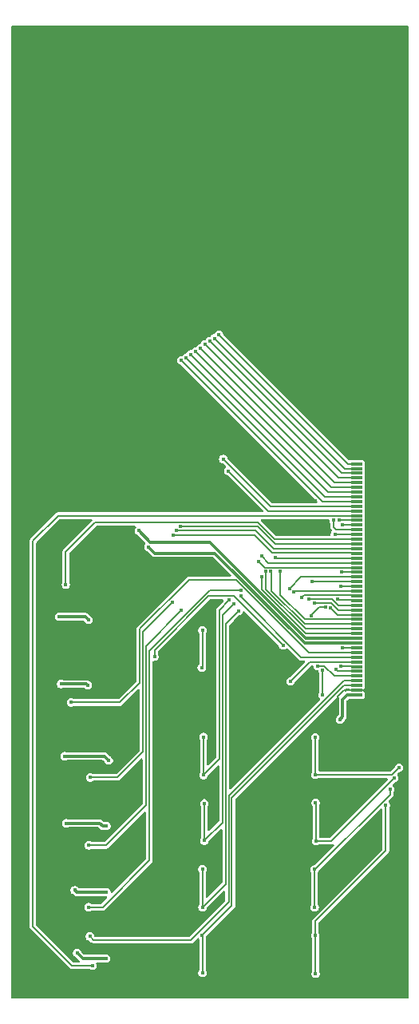
<source format=gbl>
%TF.GenerationSoftware,KiCad,Pcbnew,9.0.2-9.0.2-0~ubuntu25.04.1*%
%TF.CreationDate,2025-05-27T06:32:49+10:00*%
%TF.ProjectId,front_board,66726f6e-745f-4626-9f61-72642e6b6963,rev?*%
%TF.SameCoordinates,Original*%
%TF.FileFunction,Copper,L2,Bot*%
%TF.FilePolarity,Positive*%
%FSLAX46Y46*%
G04 Gerber Fmt 4.6, Leading zero omitted, Abs format (unit mm)*
G04 Created by KiCad (PCBNEW 9.0.2-9.0.2-0~ubuntu25.04.1) date 2025-05-27 06:32:49*
%MOMM*%
%LPD*%
G01*
G04 APERTURE LIST*
%TA.AperFunction,SMDPad,CuDef*%
%ADD10R,1.200000X0.300000*%
%TD*%
%TA.AperFunction,SMDPad,CuDef*%
%ADD11R,3.000000X2.700000*%
%TD*%
%TA.AperFunction,ViaPad*%
%ADD12C,0.400000*%
%TD*%
%TA.AperFunction,ViaPad*%
%ADD13C,1.500000*%
%TD*%
%TA.AperFunction,Conductor*%
%ADD14C,0.300000*%
%TD*%
%TA.AperFunction,Conductor*%
%ADD15C,0.200000*%
%TD*%
G04 APERTURE END LIST*
D10*
%TO.P,J1,1*%
%TO.N,DISP_DB4*%
X95850000Y-92950000D03*
%TO.P,J1,2*%
%TO.N,DISP_DB5*%
X95850000Y-93450000D03*
%TO.P,J1,3*%
%TO.N,DISP_DB6*%
X95850000Y-93950000D03*
%TO.P,J1,4*%
%TO.N,DISP_DB7*%
X95850000Y-94450000D03*
%TO.P,J1,5*%
%TO.N,DISP_DB8*%
X95850000Y-94950000D03*
%TO.P,J1,6*%
%TO.N,DISP_DB9*%
X95850000Y-95450000D03*
%TO.P,J1,7*%
%TO.N,DISP_DB10*%
X95850000Y-95950000D03*
%TO.P,J1,8*%
%TO.N,DISP_DB11*%
X95850000Y-96450000D03*
%TO.P,J1,9*%
%TO.N,DISP_DB12*%
X95850000Y-96950000D03*
%TO.P,J1,10*%
%TO.N,DISP_DB3*%
X95850000Y-97450000D03*
%TO.P,J1,11*%
%TO.N,DISP_DB2*%
X95850000Y-97950000D03*
%TO.P,J1,12*%
%TO.N,LED_DATA*%
X95850000Y-98450000D03*
%TO.P,J1,13*%
%TO.N,PB_VOL_UP*%
X95850000Y-98950000D03*
%TO.P,J1,14*%
%TO.N,PB_VOL_DOWN*%
X95850000Y-99450000D03*
%TO.P,J1,15*%
%TO.N,PB_PWR*%
X95850000Y-99950000D03*
%TO.P,J1,16*%
%TO.N,PB_MENU_R*%
X95850000Y-100450000D03*
%TO.P,J1,17*%
%TO.N,PB_MENU_L*%
X95850000Y-100950000D03*
%TO.P,J1,18*%
%TO.N,DISP_DB13*%
X95850000Y-101450000D03*
%TO.P,J1,19*%
%TO.N,DISP_DB14*%
X95850000Y-101950000D03*
%TO.P,J1,20*%
%TO.N,DISP_DB15*%
X95850000Y-102450000D03*
%TO.P,J1,21*%
%TO.N,DISP_DC*%
X95850000Y-102950000D03*
%TO.P,J1,22*%
%TO.N,DISP_DB0*%
X95850000Y-103450000D03*
%TO.P,J1,23*%
%TO.N,DISP_DB1*%
X95850000Y-103950000D03*
%TO.P,J1,24*%
%TO.N,PB_9*%
X95850000Y-104450000D03*
%TO.P,J1,25*%
%TO.N,PB_8*%
X95850000Y-104950000D03*
%TO.P,J1,26*%
%TO.N,PB_7*%
X95850000Y-105450000D03*
%TO.P,J1,27*%
%TO.N,PB_6*%
X95850000Y-105950000D03*
%TO.P,J1,28*%
%TO.N,PB_5*%
X95850000Y-106450000D03*
%TO.P,J1,29*%
%TO.N,PB_4*%
X95850000Y-106950000D03*
%TO.P,J1,30*%
%TO.N,PB_3*%
X95850000Y-107450000D03*
%TO.P,J1,31*%
%TO.N,PB_2*%
X95850000Y-107950000D03*
%TO.P,J1,32*%
%TO.N,PB_1*%
X95850000Y-108450000D03*
%TO.P,J1,33*%
%TO.N,PB_HASH*%
X95850000Y-108950000D03*
%TO.P,J1,34*%
%TO.N,DISP_CS*%
X95850000Y-109450000D03*
%TO.P,J1,35*%
%TO.N,DISP_WR*%
X95850000Y-109950000D03*
%TO.P,J1,36*%
%TO.N,DISP_RD*%
X95850000Y-110450000D03*
%TO.P,J1,37*%
%TO.N,DISP_RES*%
X95850000Y-110950000D03*
%TO.P,J1,38*%
%TO.N,DISP_LEDK*%
X95850000Y-111450000D03*
%TO.P,J1,39*%
%TO.N,DISP_LEDA*%
X95850000Y-111950000D03*
%TO.P,J1,40*%
%TO.N,PB_END_CALL*%
X95850000Y-112450000D03*
%TO.P,J1,41*%
%TO.N,PB_CALL*%
X95850000Y-112950000D03*
%TO.P,J1,42*%
%TO.N,PB_DPAD_UP*%
X95850000Y-113450000D03*
%TO.P,J1,43*%
%TO.N,PB_DPAD_DOWN*%
X95850000Y-113950000D03*
%TO.P,J1,44*%
%TO.N,PB_DPAD_RIGHT*%
X95850000Y-114450000D03*
%TO.P,J1,45*%
%TO.N,PB_DPAD_LEFT*%
X95850000Y-114950000D03*
%TO.P,J1,46*%
%TO.N,PB_DPAD_SELECT*%
X95850000Y-115450000D03*
%TO.P,J1,47*%
%TO.N,PB_STAR*%
X95850000Y-115950000D03*
%TO.P,J1,48*%
%TO.N,PB_0*%
X95850000Y-116450000D03*
%TO.P,J1,49*%
%TO.N,GND*%
X95850000Y-116950000D03*
%TO.P,J1,50*%
%TO.N,+3.3V*%
X95850000Y-117450000D03*
D11*
%TO.P,J1,Z1*%
%TO.N,GND*%
X97710000Y-91020000D03*
%TO.P,J1,Z2*%
X97710000Y-119380000D03*
%TD*%
D12*
%TO.N,DISP_LEDK*%
X72750020Y-100050000D03*
%TO.N,PB_STAR*%
X67550000Y-143050000D03*
%TO.N,PB_0*%
X79500000Y-146900000D03*
X79450000Y-142950000D03*
%TO.N,PB_HASH*%
X91500000Y-147000000D03*
X91450000Y-142950000D03*
X93059585Y-108203556D03*
X98950000Y-129150000D03*
%TO.N,PB_1*%
X67400000Y-139950000D03*
X83600000Y-106400000D03*
X91350000Y-107680000D03*
%TO.N,PB_2*%
X90752308Y-107302308D03*
X83346985Y-108546985D03*
X79500000Y-139950000D03*
X79500000Y-135900000D03*
%TO.N,PB_3*%
X93800000Y-107250000D03*
X91400000Y-135950000D03*
X99400000Y-127450000D03*
X91400000Y-139950000D03*
%TO.N,PB_4*%
X77250000Y-108500000D03*
X90000000Y-107100000D03*
X67450000Y-133400000D03*
%TO.N,PB_5*%
X79700000Y-128950000D03*
X82796367Y-107808000D03*
X89150000Y-106500000D03*
X79700000Y-132900000D03*
%TO.N,PB_6*%
X94200000Y-105900000D03*
X99820000Y-126264663D03*
X91500000Y-128900000D03*
X91550000Y-132950000D03*
%TO.N,PB_7*%
X67600000Y-126200000D03*
X91150000Y-105400000D03*
X76300000Y-107600000D03*
%TO.N,PB_8*%
X79600000Y-125950000D03*
X82350000Y-107399000D03*
X79600000Y-121900000D03*
X88750000Y-106150000D03*
%TO.N,PB_9*%
X94250000Y-104450000D03*
X91450000Y-121950000D03*
X91450000Y-125900000D03*
X100350000Y-125150000D03*
%TO.N,PB_DPAD_LEFT*%
X93650000Y-114750000D03*
X88050000Y-112200000D03*
X74400000Y-113400000D03*
%TO.N,PB_DPAD_UP*%
X83550000Y-106950000D03*
%TO.N,PB_DPAD_RIGHT*%
X94200000Y-114400000D03*
%TO.N,PB_DPAD_DOWN*%
X88850000Y-116000000D03*
%TO.N,PB_DPAD_SELECT*%
X79500000Y-110600000D03*
X91750000Y-114370000D03*
X79417500Y-114550000D03*
%TO.N,PB_MENU_L*%
X65000000Y-105750000D03*
%TO.N,PB_MENU_R*%
X91063969Y-109030000D03*
X92550000Y-108100000D03*
X93550000Y-100400000D03*
%TO.N,PB_CALL*%
X65550000Y-118250000D03*
%TO.N,PB_END_CALL*%
X92250000Y-117450000D03*
X94300000Y-112420000D03*
X92250000Y-114814000D03*
%TO.N,PB_VOL_UP*%
X94000000Y-98950000D03*
%TO.N,PB_PWR*%
X93399997Y-98950000D03*
%TO.N,PB_VOL_DOWN*%
X94350000Y-99450000D03*
%TO.N,VLED*%
X67300000Y-116400000D03*
X64300000Y-109150000D03*
X65950000Y-138150000D03*
X66200000Y-144800000D03*
X64500000Y-116300000D03*
X64900000Y-123950000D03*
X69250000Y-145400000D03*
X69300000Y-131350000D03*
X69300000Y-138350000D03*
X65050000Y-131050000D03*
X67400000Y-109500000D03*
X69550000Y-124400000D03*
%TO.N,GND*%
X91350000Y-115800000D03*
X86300000Y-144700000D03*
X89350000Y-95850000D03*
X78050000Y-120100000D03*
X90250000Y-99650000D03*
X70150000Y-99975000D03*
D13*
X99125000Y-48700382D03*
D12*
X96150000Y-86100000D03*
X80550000Y-107625000D03*
X89625000Y-125575000D03*
X69250000Y-117550000D03*
X89825000Y-122400000D03*
X96575000Y-87625000D03*
X67650000Y-143850000D03*
X80375000Y-143350000D03*
X80525000Y-115950000D03*
X79450000Y-97800000D03*
X77150000Y-111100000D03*
X91475000Y-96900000D03*
X84875000Y-81750000D03*
X75050000Y-130700000D03*
X92975000Y-89725000D03*
X100500000Y-130200000D03*
X87700000Y-115250000D03*
X89475000Y-129325000D03*
X89575000Y-136175000D03*
X76050000Y-123550000D03*
X80600000Y-125875000D03*
X80650000Y-136300000D03*
X89875000Y-146600000D03*
X80475000Y-139875000D03*
D13*
X99124618Y-147450000D03*
D12*
X80450000Y-109850000D03*
X70550000Y-112650000D03*
X75200000Y-137700000D03*
X93850000Y-118050000D03*
X98350000Y-126750000D03*
X86500000Y-130700000D03*
X86500000Y-137700000D03*
X80550000Y-122425000D03*
X79475000Y-103075000D03*
X65800000Y-99400000D03*
X96950000Y-126750000D03*
X80650000Y-129425000D03*
X90050000Y-117500000D03*
X89800000Y-143350000D03*
X89475000Y-86125000D03*
X89250000Y-123700000D03*
D13*
X61375382Y-48700000D03*
D12*
X92550000Y-99150000D03*
X85250000Y-119000000D03*
X84750000Y-113650000D03*
D13*
X61375000Y-147449618D03*
D12*
X80325000Y-146825000D03*
X74950000Y-144750000D03*
X84625000Y-90575000D03*
X80650000Y-133100000D03*
X83900000Y-110250000D03*
X89650000Y-132475000D03*
X76825000Y-114975000D03*
%TO.N,+3.3V*%
X94100000Y-120050000D03*
%TO.N,DISP_RES*%
X85800000Y-104900000D03*
%TO.N,DISP_CS*%
X87750021Y-104370000D03*
%TO.N,DISP_DC*%
X87250000Y-102900000D03*
%TO.N,DISP_WR*%
X86750000Y-104370000D03*
%TO.N,DISP_RD*%
X86229997Y-104370000D03*
%TO.N,DISP_DB0*%
X85750000Y-102750000D03*
%TO.N,DISP_DB1*%
X85475000Y-103325000D03*
%TO.N,DISP_DB2*%
X82246446Y-93703554D03*
%TO.N,DISP_DB3*%
X81700000Y-92450000D03*
%TO.N,DISP_DB4*%
X81250000Y-79300000D03*
%TO.N,DISP_DB5*%
X80750000Y-79650000D03*
%TO.N,DISP_DB6*%
X80241199Y-79968001D03*
%TO.N,DISP_DB7*%
X79735642Y-80291136D03*
%TO.N,DISP_DB8*%
X79250000Y-80700000D03*
%TO.N,DISP_DB9*%
X78769998Y-81060002D03*
%TO.N,DISP_DB10*%
X78245977Y-81352243D03*
%TO.N,DISP_DB11*%
X77766426Y-81712844D03*
%TO.N,DISP_DB12*%
X77231588Y-81984785D03*
%TO.N,DISP_DB13*%
X77150000Y-99600000D03*
%TO.N,DISP_DB14*%
X76700000Y-100050000D03*
%TO.N,DISP_DB15*%
X76350000Y-100550000D03*
%TO.N,DISP_LEDA*%
X73750020Y-101750000D03*
%TO.N,LED_DATA*%
X67800000Y-146150000D03*
%TD*%
D14*
%TO.N,DISP_LEDK*%
X72750020Y-100050000D02*
X73950020Y-101250000D01*
X73950020Y-101250000D02*
X80245384Y-101250000D01*
X90445384Y-111450000D02*
X95475000Y-111450000D01*
X80245384Y-101250000D02*
X90445384Y-111450000D01*
D15*
%TO.N,PB_STAR*%
X82279000Y-139421000D02*
X78250000Y-143450000D01*
X95475000Y-115950000D02*
X94500000Y-115950000D01*
X82300000Y-128196038D02*
X82279000Y-128217038D01*
X94500000Y-115950000D02*
X82300000Y-128150000D01*
X67950000Y-143450000D02*
X67550000Y-143050000D01*
X78250000Y-143450000D02*
X67950000Y-143450000D01*
X82300000Y-128150000D02*
X82300000Y-128196038D01*
X82279000Y-128217038D02*
X82279000Y-139421000D01*
%TO.N,PB_0*%
X82600000Y-139800000D02*
X79450000Y-142950000D01*
X79500000Y-146900000D02*
X79500000Y-143000000D01*
X94500000Y-116450000D02*
X82600000Y-128350000D01*
X82600000Y-128350000D02*
X82600000Y-139800000D01*
X79500000Y-143000000D02*
X79450000Y-142950000D01*
X95475000Y-116450000D02*
X94500000Y-116450000D01*
%TO.N,PB_HASH*%
X98950000Y-133950000D02*
X91450000Y-141450000D01*
X93059585Y-108203556D02*
X93806029Y-108950000D01*
X91500000Y-143000000D02*
X91450000Y-142950000D01*
X93806029Y-108950000D02*
X95475000Y-108950000D01*
X91500000Y-147000000D02*
X91500000Y-143000000D01*
X91450000Y-141450000D02*
X91450000Y-142950000D01*
X98950000Y-129150000D02*
X98950000Y-133950000D01*
%TO.N,PB_1*%
X73850000Y-135000000D02*
X68900000Y-139950000D01*
X93490130Y-108040130D02*
X93130000Y-107680000D01*
X68900000Y-139950000D02*
X67400000Y-139950000D01*
X95475000Y-108450000D02*
X93903962Y-108450000D01*
X83600000Y-106400000D02*
X80246038Y-106400000D01*
X93130000Y-107680000D02*
X91350000Y-107680000D01*
X80246038Y-106400000D02*
X73850000Y-112796038D01*
X73850000Y-112796038D02*
X73850000Y-135000000D01*
X93903962Y-108450000D02*
X93494092Y-108040130D01*
X93494092Y-108040130D02*
X93490130Y-108040130D01*
%TO.N,PB_2*%
X93904616Y-107950000D02*
X95475000Y-107950000D01*
X83346985Y-108546985D02*
X81958000Y-109935970D01*
X81958000Y-109935970D02*
X81958000Y-137492000D01*
X81958000Y-137492000D02*
X79500000Y-139950000D01*
X90752308Y-107302308D02*
X90804616Y-107250000D01*
X93204616Y-107250000D02*
X93904616Y-107950000D01*
X79500000Y-139950000D02*
X79500000Y-135900000D01*
X90804616Y-107250000D02*
X93204616Y-107250000D01*
%TO.N,PB_3*%
X91400000Y-139950000D02*
X91400000Y-135950000D01*
X99400000Y-127450000D02*
X99400000Y-128000000D01*
X91400000Y-136000000D02*
X91400000Y-139950000D01*
X93950000Y-107400000D02*
X95425000Y-107400000D01*
X93800000Y-107250000D02*
X93950000Y-107400000D01*
X95425000Y-107400000D02*
X95475000Y-107450000D01*
X99400000Y-128000000D02*
X91400000Y-136000000D01*
%TO.N,PB_4*%
X95354000Y-106829000D02*
X90271000Y-106829000D01*
X69250000Y-133400000D02*
X67450000Y-133400000D01*
X95475000Y-106950000D02*
X95354000Y-106829000D01*
X73500000Y-112250000D02*
X73500000Y-129150000D01*
X73500000Y-129150000D02*
X69250000Y-133400000D01*
X90271000Y-106829000D02*
X90000000Y-107100000D01*
X77250000Y-108500000D02*
X73500000Y-112250000D01*
%TO.N,PB_5*%
X95475000Y-106450000D02*
X89200000Y-106450000D01*
X81637000Y-130963000D02*
X79700000Y-132900000D01*
X81637000Y-108963000D02*
X81637000Y-130963000D01*
X82796367Y-107808000D02*
X82792000Y-107808000D01*
X79700000Y-132900000D02*
X79700000Y-128950000D01*
X82792000Y-107808000D02*
X81637000Y-108963000D01*
X89200000Y-106450000D02*
X89150000Y-106500000D01*
%TO.N,PB_6*%
X99820000Y-126264663D02*
X99820000Y-126280000D01*
X91550000Y-128950000D02*
X91500000Y-128900000D01*
X91550000Y-132950000D02*
X91550000Y-128950000D01*
X95425000Y-105900000D02*
X95475000Y-105950000D01*
X93150000Y-132950000D02*
X91550000Y-132950000D01*
X94200000Y-105900000D02*
X95425000Y-105900000D01*
X99820000Y-126280000D02*
X93150000Y-132950000D01*
%TO.N,PB_7*%
X76300000Y-107600000D02*
X73179000Y-110721000D01*
X70450000Y-126200000D02*
X67600000Y-126200000D01*
X95475000Y-105450000D02*
X91200000Y-105450000D01*
X91200000Y-105450000D02*
X91150000Y-105400000D01*
X73179000Y-110721000D02*
X73179000Y-123471000D01*
X73179000Y-123471000D02*
X70450000Y-126200000D01*
%TO.N,PB_8*%
X81300000Y-124250000D02*
X79600000Y-125950000D01*
X89950000Y-104950000D02*
X88750000Y-106150000D01*
X81300000Y-108449000D02*
X81300000Y-124250000D01*
X95475000Y-104950000D02*
X89950000Y-104950000D01*
X79600000Y-121900000D02*
X79600000Y-125950000D01*
X82350000Y-107399000D02*
X81300000Y-108449000D01*
%TO.N,PB_9*%
X91450000Y-125900000D02*
X99600000Y-125900000D01*
X91450000Y-125900000D02*
X91450000Y-121950000D01*
X99600000Y-125900000D02*
X100350000Y-125150000D01*
X94250000Y-104450000D02*
X95475000Y-104450000D01*
%TO.N,PB_DPAD_LEFT*%
X74400000Y-112700000D02*
X74400000Y-113400000D01*
X93850000Y-114950000D02*
X93650000Y-114750000D01*
X82829000Y-106979000D02*
X80121000Y-106979000D01*
X80121000Y-106979000D02*
X74400000Y-112700000D01*
X95475000Y-114950000D02*
X93850000Y-114950000D01*
X88050000Y-112200000D02*
X82829000Y-106979000D01*
%TO.N,PB_DPAD_UP*%
X83550000Y-107050000D02*
X89950000Y-113450000D01*
X89950000Y-113450000D02*
X95475000Y-113450000D01*
X83550000Y-106950000D02*
X83550000Y-107050000D01*
%TO.N,PB_DPAD_RIGHT*%
X94200000Y-114400000D02*
X95425000Y-114400000D01*
X95425000Y-114400000D02*
X95475000Y-114450000D01*
%TO.N,PB_DPAD_DOWN*%
X90900000Y-113950000D02*
X95475000Y-113950000D01*
X88850000Y-116000000D02*
X90900000Y-113950000D01*
%TO.N,PB_DPAD_SELECT*%
X92401384Y-114370000D02*
X91750000Y-114370000D01*
X79500000Y-110600000D02*
X79500000Y-114467500D01*
X93481384Y-115450000D02*
X92401384Y-114370000D01*
X79500000Y-114467500D02*
X79417500Y-114550000D01*
X95475000Y-115450000D02*
X93481384Y-115450000D01*
%TO.N,PB_MENU_L*%
X68096000Y-99179000D02*
X65000000Y-102275000D01*
X95475000Y-100950000D02*
X87153962Y-100950000D01*
X85382962Y-99179000D02*
X68096000Y-99179000D01*
X65000000Y-102275000D02*
X65000000Y-105750000D01*
X87153962Y-100950000D02*
X85382962Y-99179000D01*
%TO.N,PB_MENU_R*%
X95425000Y-100400000D02*
X95475000Y-100450000D01*
X92500000Y-108150000D02*
X92550000Y-108100000D01*
X91900000Y-108150000D02*
X92500000Y-108150000D01*
X91063969Y-108986031D02*
X91900000Y-108150000D01*
X91063969Y-109030000D02*
X91063969Y-108986031D01*
X93550000Y-100400000D02*
X95425000Y-100400000D01*
%TO.N,PB_CALL*%
X90745384Y-112950000D02*
X95475000Y-112950000D01*
X72858000Y-116142000D02*
X72858000Y-110446616D01*
X83045384Y-105250000D02*
X90745384Y-112950000D01*
X65550000Y-118250000D02*
X70750000Y-118250000D01*
X70750000Y-118250000D02*
X72858000Y-116142000D01*
X72858000Y-110446616D02*
X78054616Y-105250000D01*
X78054616Y-105250000D02*
X83045384Y-105250000D01*
%TO.N,PB_END_CALL*%
X92250000Y-114814000D02*
X92250000Y-117450000D01*
X94300000Y-112420000D02*
X95445000Y-112420000D01*
X95445000Y-112420000D02*
X95475000Y-112450000D01*
%TO.N,PB_VOL_UP*%
X95475000Y-98950000D02*
X94000000Y-98950000D01*
%TO.N,PB_PWR*%
X93399997Y-98950000D02*
X93399997Y-99649997D01*
X93399997Y-99649997D02*
X93700000Y-99950000D01*
X93700000Y-99950000D02*
X95475000Y-99950000D01*
%TO.N,PB_VOL_DOWN*%
X95475000Y-99450000D02*
X94350000Y-99450000D01*
D14*
%TO.N,VLED*%
X69100000Y-123950000D02*
X69550000Y-124400000D01*
X66180000Y-138380000D02*
X69270000Y-138380000D01*
X68913530Y-131350000D02*
X68613530Y-131050000D01*
X64900000Y-123950000D02*
X69100000Y-123950000D01*
X69300000Y-131350000D02*
X68913530Y-131350000D01*
X66800000Y-145400000D02*
X66200000Y-144800000D01*
X69270000Y-138380000D02*
X69300000Y-138350000D01*
X64500000Y-116300000D02*
X67200000Y-116300000D01*
X67050000Y-109150000D02*
X67400000Y-109500000D01*
X64300000Y-109150000D02*
X67050000Y-109150000D01*
X68613530Y-131050000D02*
X65050000Y-131050000D01*
X69250000Y-145400000D02*
X66800000Y-145400000D01*
X65950000Y-138150000D02*
X66180000Y-138380000D01*
X67200000Y-116300000D02*
X67300000Y-116400000D01*
D15*
%TO.N,GND*%
X93850000Y-117600000D02*
X93850000Y-118050000D01*
X94500000Y-116950000D02*
X93850000Y-117600000D01*
X95475000Y-116950000D02*
X94500000Y-116950000D01*
D14*
%TO.N,+3.3V*%
X94850000Y-117450000D02*
X95850000Y-117450000D01*
X94375000Y-117925000D02*
X94850000Y-117450000D01*
X94375000Y-119775000D02*
X94375000Y-117925000D01*
X94100000Y-120050000D02*
X94375000Y-119775000D01*
D15*
%TO.N,DISP_RES*%
X85800000Y-104900000D02*
X85800000Y-106279942D01*
X85800000Y-106279942D02*
X90470058Y-110950000D01*
X90470058Y-110950000D02*
X95475000Y-110950000D01*
%TO.N,DISP_CS*%
X87750021Y-104370000D02*
X87728554Y-104391467D01*
X87728554Y-106846610D02*
X90331944Y-109450000D01*
X87728554Y-104391467D02*
X87728554Y-106846610D01*
X90331944Y-109450000D02*
X95475000Y-109450000D01*
%TO.N,DISP_DC*%
X87250000Y-102950000D02*
X95475000Y-102950000D01*
X87250000Y-102900000D02*
X87250000Y-102950000D01*
%TO.N,DISP_WR*%
X90377982Y-109950000D02*
X95475000Y-109950000D01*
X86833364Y-104453364D02*
X86833364Y-106405382D01*
X86833364Y-106405382D02*
X90377982Y-109950000D01*
X86750000Y-104370000D02*
X86833364Y-104453364D01*
%TO.N,DISP_RD*%
X86229997Y-106255977D02*
X90424020Y-110450000D01*
X90424020Y-110450000D02*
X95475000Y-110450000D01*
X86229997Y-104370000D02*
X86229997Y-106255977D01*
%TO.N,DISP_DB0*%
X86450000Y-103450000D02*
X95475000Y-103450000D01*
X85750000Y-102750000D02*
X86450000Y-103450000D01*
%TO.N,DISP_DB1*%
X86100000Y-103950000D02*
X95475000Y-103950000D01*
X85475000Y-103325000D02*
X86100000Y-103950000D01*
%TO.N,DISP_DB2*%
X95475000Y-97950000D02*
X86492892Y-97950000D01*
X86492892Y-97950000D02*
X82246446Y-93703554D01*
%TO.N,DISP_DB3*%
X86700000Y-97450000D02*
X95475000Y-97450000D01*
X81700000Y-92450000D02*
X86700000Y-97450000D01*
%TO.N,DISP_DB4*%
X94900000Y-92950000D02*
X81250000Y-79300000D01*
X95475000Y-92950000D02*
X94900000Y-92950000D01*
%TO.N,DISP_DB5*%
X94550000Y-93450000D02*
X95475000Y-93450000D01*
X80750000Y-79650000D02*
X94550000Y-93450000D01*
%TO.N,DISP_DB6*%
X94223198Y-93950000D02*
X80241199Y-79968001D01*
X95475000Y-93950000D02*
X94223198Y-93950000D01*
%TO.N,DISP_DB7*%
X93894506Y-94450000D02*
X95475000Y-94450000D01*
X79735642Y-80291136D02*
X93894506Y-94450000D01*
%TO.N,DISP_DB8*%
X79250000Y-80700000D02*
X93500000Y-94950000D01*
X93500000Y-94950000D02*
X95475000Y-94950000D01*
%TO.N,DISP_DB9*%
X78769998Y-81060002D02*
X93159996Y-95450000D01*
X93159996Y-95450000D02*
X95475000Y-95450000D01*
%TO.N,DISP_DB10*%
X78245977Y-81352243D02*
X92843734Y-95950000D01*
X92843734Y-95950000D02*
X95475000Y-95950000D01*
%TO.N,DISP_DB11*%
X92503582Y-96450000D02*
X95475000Y-96450000D01*
X77766426Y-81712844D02*
X92503582Y-96450000D01*
%TO.N,DISP_DB12*%
X77231588Y-81984785D02*
X92196803Y-96950000D01*
X92196803Y-96950000D02*
X95475000Y-96950000D01*
%TO.N,DISP_DB13*%
X85350000Y-99600000D02*
X87200000Y-101450000D01*
X87200000Y-101450000D02*
X95475000Y-101450000D01*
X77150000Y-99600000D02*
X85350000Y-99600000D01*
%TO.N,DISP_DB14*%
X76700000Y-100050000D02*
X85150000Y-100050000D01*
X87050000Y-101950000D02*
X95475000Y-101950000D01*
X85150000Y-100050000D02*
X87050000Y-101950000D01*
%TO.N,DISP_DB15*%
X85000000Y-100550000D02*
X76350000Y-100550000D01*
X95475000Y-102450000D02*
X95424000Y-102399000D01*
X95424000Y-102399000D02*
X86849000Y-102399000D01*
X86849000Y-102399000D02*
X85000000Y-100550000D01*
D14*
%TO.N,DISP_LEDA*%
X74427858Y-102427838D02*
X80827838Y-102427838D01*
X73750020Y-101750000D02*
X74427858Y-102427838D01*
X80827838Y-102427838D02*
X90350000Y-111950000D01*
X90350000Y-111950000D02*
X95475000Y-111950000D01*
D15*
%TO.N,LED_DATA*%
X65650000Y-146150000D02*
X67800000Y-146150000D01*
X95475000Y-98450000D02*
X64200000Y-98450000D01*
X64200000Y-98450000D02*
X61500000Y-101150000D01*
X61500000Y-101150000D02*
X61500000Y-142000000D01*
X61500000Y-142000000D02*
X65650000Y-146150000D01*
%TD*%
%TA.AperFunction,Conductor*%
%TO.N,GND*%
G36*
X83944955Y-108603199D02*
G01*
X83983825Y-108629507D01*
X87570835Y-112216517D01*
X87602927Y-112272102D01*
X87630201Y-112373886D01*
X87689511Y-112476613D01*
X87773387Y-112560489D01*
X87876114Y-112619799D01*
X87990691Y-112650500D01*
X87990694Y-112650500D01*
X88109306Y-112650500D01*
X88109309Y-112650500D01*
X88223886Y-112619799D01*
X88326613Y-112560489D01*
X88358029Y-112529073D01*
X88419352Y-112495588D01*
X88489044Y-112500572D01*
X88533391Y-112529073D01*
X89734788Y-113730470D01*
X89734789Y-113730471D01*
X89734791Y-113730472D01*
X89786780Y-113760487D01*
X89786782Y-113760489D01*
X89805857Y-113771501D01*
X89814712Y-113776614D01*
X89903856Y-113800500D01*
X90254456Y-113800500D01*
X90321495Y-113820185D01*
X90367250Y-113872989D01*
X90377194Y-113942147D01*
X90348169Y-114005703D01*
X90342137Y-114012181D01*
X88833482Y-115520835D01*
X88777895Y-115552928D01*
X88676114Y-115580201D01*
X88676112Y-115580201D01*
X88676112Y-115580202D01*
X88573387Y-115639511D01*
X88573384Y-115639513D01*
X88489513Y-115723384D01*
X88489511Y-115723387D01*
X88430201Y-115826114D01*
X88399500Y-115940691D01*
X88399500Y-116059309D01*
X88430201Y-116173886D01*
X88489511Y-116276613D01*
X88573387Y-116360489D01*
X88676114Y-116419799D01*
X88790691Y-116450500D01*
X88790694Y-116450500D01*
X88909306Y-116450500D01*
X88909309Y-116450500D01*
X89023886Y-116419799D01*
X89126613Y-116360489D01*
X89210489Y-116276613D01*
X89269799Y-116173886D01*
X89297072Y-116072100D01*
X89329162Y-116016519D01*
X91008863Y-114336819D01*
X91035790Y-114322115D01*
X91061609Y-114305523D01*
X91067809Y-114304631D01*
X91070186Y-114303334D01*
X91096544Y-114300500D01*
X91175500Y-114300500D01*
X91242539Y-114320185D01*
X91288294Y-114372989D01*
X91299500Y-114424500D01*
X91299500Y-114429309D01*
X91330201Y-114543886D01*
X91389511Y-114646613D01*
X91473387Y-114730489D01*
X91576114Y-114789799D01*
X91690691Y-114820500D01*
X91690694Y-114820500D01*
X91698751Y-114821561D01*
X91698567Y-114822956D01*
X91757241Y-114840185D01*
X91802996Y-114892989D01*
X91803960Y-114895154D01*
X91807604Y-114903556D01*
X91830201Y-114987886D01*
X91886433Y-115085282D01*
X91889258Y-115091794D01*
X91891837Y-115112543D01*
X91899500Y-115141140D01*
X91899500Y-117122859D01*
X91882887Y-117184859D01*
X91830202Y-117276110D01*
X91830201Y-117276114D01*
X91799500Y-117390691D01*
X91799500Y-117509309D01*
X91830201Y-117623886D01*
X91889511Y-117726613D01*
X91889513Y-117726615D01*
X91970926Y-117808028D01*
X92004411Y-117869351D01*
X91999427Y-117939043D01*
X91970926Y-117983390D01*
X82520181Y-127434136D01*
X82458858Y-127467621D01*
X82389166Y-127462637D01*
X82333233Y-127420765D01*
X82308816Y-127355301D01*
X82308500Y-127346455D01*
X82308500Y-110132513D01*
X82328185Y-110065474D01*
X82344819Y-110044832D01*
X82839151Y-109550500D01*
X83363502Y-109026148D01*
X83419085Y-108994057D01*
X83520871Y-108966784D01*
X83623598Y-108907474D01*
X83707474Y-108823598D01*
X83766784Y-108720871D01*
X83776370Y-108685095D01*
X83812733Y-108625435D01*
X83875579Y-108594905D01*
X83944955Y-108603199D01*
G37*
%TD.AperFunction*%
%TA.AperFunction,Conductor*%
G36*
X95079703Y-116805825D02*
G01*
X95098604Y-116806161D01*
X95126847Y-116819668D01*
X95128605Y-116820185D01*
X95130414Y-116821369D01*
X95131942Y-116822390D01*
X95176753Y-116875996D01*
X95185469Y-116945320D01*
X95155322Y-117008351D01*
X95095883Y-117045078D01*
X95063063Y-117049500D01*
X94797273Y-117049500D01*
X94696375Y-117076535D01*
X94626525Y-117074872D01*
X94568663Y-117035709D01*
X94541159Y-116971480D01*
X94552746Y-116902578D01*
X94576597Y-116869083D01*
X94608865Y-116836815D01*
X94670187Y-116803333D01*
X94696543Y-116800500D01*
X95061566Y-116800500D01*
X95079703Y-116805825D01*
G37*
%TD.AperFunction*%
%TA.AperFunction,Conductor*%
G36*
X92892536Y-98820185D02*
G01*
X92938291Y-98872989D01*
X92949497Y-98924500D01*
X92949497Y-99009309D01*
X92980198Y-99123886D01*
X93032884Y-99215140D01*
X93049497Y-99277140D01*
X93049497Y-99696141D01*
X93050301Y-99699142D01*
X93069152Y-99769498D01*
X93069163Y-99769534D01*
X93073383Y-99785285D01*
X93119524Y-99865205D01*
X93119528Y-99865210D01*
X93195926Y-99941608D01*
X93229411Y-100002931D01*
X93224427Y-100072623D01*
X93195933Y-100116963D01*
X93189516Y-100123380D01*
X93189511Y-100123387D01*
X93131310Y-100224194D01*
X93130201Y-100226114D01*
X93099500Y-100340691D01*
X93099500Y-100340693D01*
X93099500Y-100467436D01*
X93098233Y-100467436D01*
X93088738Y-100528345D01*
X93042360Y-100580603D01*
X92976562Y-100599500D01*
X87350506Y-100599500D01*
X87283467Y-100579815D01*
X87262825Y-100563181D01*
X85711825Y-99012181D01*
X85678340Y-98950858D01*
X85683324Y-98881166D01*
X85725196Y-98825233D01*
X85790660Y-98800816D01*
X85799506Y-98800500D01*
X92825497Y-98800500D01*
X92892536Y-98820185D01*
G37*
%TD.AperFunction*%
%TA.AperFunction,Conductor*%
G36*
X101267539Y-46520185D02*
G01*
X101313294Y-46572989D01*
X101324500Y-46624500D01*
X101324500Y-149525500D01*
X101304815Y-149592539D01*
X101252011Y-149638294D01*
X101200500Y-149649500D01*
X59299500Y-149649500D01*
X59232461Y-149629815D01*
X59186706Y-149577011D01*
X59175500Y-149525500D01*
X59175500Y-101103856D01*
X61149500Y-101103856D01*
X61149500Y-142046143D01*
X61173386Y-142135287D01*
X61173387Y-142135290D01*
X61219527Y-142215208D01*
X61219529Y-142215211D01*
X61219530Y-142215212D01*
X65369531Y-146365212D01*
X65434788Y-146430469D01*
X65434791Y-146430470D01*
X65434794Y-146430473D01*
X65514706Y-146476611D01*
X65514707Y-146476611D01*
X65514712Y-146476614D01*
X65603856Y-146500500D01*
X67472860Y-146500500D01*
X67534859Y-146517112D01*
X67626114Y-146569799D01*
X67740691Y-146600500D01*
X67740694Y-146600500D01*
X67859306Y-146600500D01*
X67859309Y-146600500D01*
X67973886Y-146569799D01*
X68076613Y-146510489D01*
X68160489Y-146426613D01*
X68219799Y-146323886D01*
X68250500Y-146209309D01*
X68250500Y-146090691D01*
X68219799Y-145976114D01*
X68219797Y-145976111D01*
X68219796Y-145976106D01*
X68218073Y-145971945D01*
X68210609Y-145902476D01*
X68241887Y-145839998D01*
X68301979Y-145804350D01*
X68332637Y-145800500D01*
X69009462Y-145800500D01*
X69071463Y-145817114D01*
X69076109Y-145819796D01*
X69076110Y-145819797D01*
X69076114Y-145819799D01*
X69190691Y-145850500D01*
X69190694Y-145850500D01*
X69309306Y-145850500D01*
X69309309Y-145850500D01*
X69423886Y-145819799D01*
X69526613Y-145760489D01*
X69610489Y-145676613D01*
X69669799Y-145573886D01*
X69700500Y-145459309D01*
X69700500Y-145340691D01*
X69669799Y-145226114D01*
X69610489Y-145123387D01*
X69526613Y-145039511D01*
X69423886Y-144980201D01*
X69309309Y-144949500D01*
X69190691Y-144949500D01*
X69121944Y-144967920D01*
X69076112Y-144980201D01*
X69076109Y-144980203D01*
X69071463Y-144982886D01*
X69009462Y-144999500D01*
X67017255Y-144999500D01*
X66950216Y-144979815D01*
X66929574Y-144963181D01*
X66653283Y-144686890D01*
X66621188Y-144631298D01*
X66619799Y-144626114D01*
X66619798Y-144626112D01*
X66560489Y-144523387D01*
X66476613Y-144439511D01*
X66373886Y-144380201D01*
X66259309Y-144349500D01*
X66140691Y-144349500D01*
X66026114Y-144380201D01*
X66026112Y-144380201D01*
X66026112Y-144380202D01*
X65923387Y-144439511D01*
X65923384Y-144439513D01*
X65839513Y-144523384D01*
X65839511Y-144523387D01*
X65780201Y-144626114D01*
X65749500Y-144740691D01*
X65749500Y-144859309D01*
X65780201Y-144973886D01*
X65839511Y-145076613D01*
X65923387Y-145160489D01*
X66026114Y-145219799D01*
X66031298Y-145221188D01*
X66086890Y-145253283D01*
X66421426Y-145587819D01*
X66454911Y-145649142D01*
X66449927Y-145718834D01*
X66408055Y-145774767D01*
X66342591Y-145799184D01*
X66333745Y-145799500D01*
X65846543Y-145799500D01*
X65779504Y-145779815D01*
X65758862Y-145763181D01*
X61886819Y-141891137D01*
X61853334Y-141829814D01*
X61850500Y-141803456D01*
X61850500Y-130990691D01*
X64599500Y-130990691D01*
X64599500Y-131109309D01*
X64630201Y-131223886D01*
X64689511Y-131326613D01*
X64773387Y-131410489D01*
X64876114Y-131469799D01*
X64990691Y-131500500D01*
X64990694Y-131500500D01*
X65109306Y-131500500D01*
X65109309Y-131500500D01*
X65223886Y-131469799D01*
X65228537Y-131467114D01*
X65290538Y-131450500D01*
X68396275Y-131450500D01*
X68463314Y-131470185D01*
X68483956Y-131486819D01*
X68667617Y-131670480D01*
X68758942Y-131723207D01*
X68860803Y-131750500D01*
X69059462Y-131750500D01*
X69121463Y-131767114D01*
X69126109Y-131769796D01*
X69126110Y-131769797D01*
X69126114Y-131769799D01*
X69240691Y-131800500D01*
X69240694Y-131800500D01*
X69359306Y-131800500D01*
X69359309Y-131800500D01*
X69473886Y-131769799D01*
X69576613Y-131710489D01*
X69660489Y-131626613D01*
X69719799Y-131523886D01*
X69750500Y-131409309D01*
X69750500Y-131290691D01*
X69719799Y-131176114D01*
X69660489Y-131073387D01*
X69576613Y-130989511D01*
X69473886Y-130930201D01*
X69359309Y-130899500D01*
X69240691Y-130899500D01*
X69143220Y-130925617D01*
X69073370Y-130923954D01*
X69023446Y-130893523D01*
X68859445Y-130729522D01*
X68859443Y-130729520D01*
X68813780Y-130703156D01*
X68768119Y-130676793D01*
X68717187Y-130663146D01*
X68666257Y-130649500D01*
X68666256Y-130649500D01*
X65290538Y-130649500D01*
X65228537Y-130632886D01*
X65223890Y-130630203D01*
X65223887Y-130630201D01*
X65195241Y-130622525D01*
X65109309Y-130599500D01*
X64990691Y-130599500D01*
X64876114Y-130630201D01*
X64876112Y-130630201D01*
X64876112Y-130630202D01*
X64773387Y-130689511D01*
X64773384Y-130689513D01*
X64689513Y-130773384D01*
X64689511Y-130773387D01*
X64642890Y-130854137D01*
X64630201Y-130876114D01*
X64599500Y-130990691D01*
X61850500Y-130990691D01*
X61850500Y-123890691D01*
X64449500Y-123890691D01*
X64449500Y-124009309D01*
X64480201Y-124123886D01*
X64539511Y-124226613D01*
X64623387Y-124310489D01*
X64726114Y-124369799D01*
X64840691Y-124400500D01*
X64840694Y-124400500D01*
X64959306Y-124400500D01*
X64959309Y-124400500D01*
X65073886Y-124369799D01*
X65078537Y-124367114D01*
X65140538Y-124350500D01*
X68882745Y-124350500D01*
X68912185Y-124359144D01*
X68942172Y-124365668D01*
X68947187Y-124369422D01*
X68949784Y-124370185D01*
X68970426Y-124386819D01*
X69096716Y-124513109D01*
X69128808Y-124568691D01*
X69130198Y-124573881D01*
X69130200Y-124573885D01*
X69155267Y-124617302D01*
X69189511Y-124676613D01*
X69273387Y-124760489D01*
X69376114Y-124819799D01*
X69490691Y-124850500D01*
X69490694Y-124850500D01*
X69609306Y-124850500D01*
X69609309Y-124850500D01*
X69723886Y-124819799D01*
X69826613Y-124760489D01*
X69910489Y-124676613D01*
X69969799Y-124573886D01*
X70000500Y-124459309D01*
X70000500Y-124340691D01*
X69969799Y-124226114D01*
X69910489Y-124123387D01*
X69826613Y-124039511D01*
X69751566Y-123996182D01*
X69723885Y-123980200D01*
X69723881Y-123980198D01*
X69718691Y-123978808D01*
X69663109Y-123946716D01*
X69345915Y-123629522D01*
X69345913Y-123629520D01*
X69300250Y-123603156D01*
X69254589Y-123576793D01*
X69203657Y-123563146D01*
X69152727Y-123549500D01*
X69152726Y-123549500D01*
X65140538Y-123549500D01*
X65078537Y-123532886D01*
X65073890Y-123530203D01*
X65073887Y-123530201D01*
X65045241Y-123522525D01*
X64959309Y-123499500D01*
X64840691Y-123499500D01*
X64726114Y-123530201D01*
X64726112Y-123530201D01*
X64726112Y-123530202D01*
X64623387Y-123589511D01*
X64623384Y-123589513D01*
X64539513Y-123673384D01*
X64539511Y-123673387D01*
X64480201Y-123776114D01*
X64449500Y-123890691D01*
X61850500Y-123890691D01*
X61850500Y-116240691D01*
X64049500Y-116240691D01*
X64049500Y-116359309D01*
X64080201Y-116473886D01*
X64139511Y-116576613D01*
X64223387Y-116660489D01*
X64326114Y-116719799D01*
X64440691Y-116750500D01*
X64440694Y-116750500D01*
X64559306Y-116750500D01*
X64559309Y-116750500D01*
X64673886Y-116719799D01*
X64678537Y-116717114D01*
X64740538Y-116700500D01*
X66912036Y-116700500D01*
X66979075Y-116720185D01*
X66999717Y-116736819D01*
X67023387Y-116760489D01*
X67126114Y-116819799D01*
X67240691Y-116850500D01*
X67240694Y-116850500D01*
X67359306Y-116850500D01*
X67359309Y-116850500D01*
X67473886Y-116819799D01*
X67576613Y-116760489D01*
X67660489Y-116676613D01*
X67719799Y-116573886D01*
X67750500Y-116459309D01*
X67750500Y-116340691D01*
X67719799Y-116226114D01*
X67660489Y-116123387D01*
X67576613Y-116039511D01*
X67502667Y-115996818D01*
X67473885Y-115980200D01*
X67439655Y-115971028D01*
X67409751Y-115958641D01*
X67354591Y-115926794D01*
X67354588Y-115926793D01*
X67252727Y-115899500D01*
X67252726Y-115899500D01*
X64740538Y-115899500D01*
X64678537Y-115882886D01*
X64673890Y-115880203D01*
X64673887Y-115880201D01*
X64645241Y-115872525D01*
X64559309Y-115849500D01*
X64440691Y-115849500D01*
X64326114Y-115880201D01*
X64326112Y-115880201D01*
X64326112Y-115880202D01*
X64223387Y-115939511D01*
X64223384Y-115939513D01*
X64139513Y-116023384D01*
X64139511Y-116023387D01*
X64080201Y-116126114D01*
X64049500Y-116240691D01*
X61850500Y-116240691D01*
X61850500Y-109090691D01*
X63849500Y-109090691D01*
X63849500Y-109209309D01*
X63880201Y-109323886D01*
X63939511Y-109426613D01*
X64023387Y-109510489D01*
X64126114Y-109569799D01*
X64240691Y-109600500D01*
X64240694Y-109600500D01*
X64359306Y-109600500D01*
X64359309Y-109600500D01*
X64473886Y-109569799D01*
X64478537Y-109567114D01*
X64540538Y-109550500D01*
X66832744Y-109550500D01*
X66862183Y-109559144D01*
X66892169Y-109565667D01*
X66897186Y-109569422D01*
X66899783Y-109570185D01*
X66920424Y-109586817D01*
X66946716Y-109613108D01*
X66978810Y-109668696D01*
X66980200Y-109673884D01*
X66980200Y-109673885D01*
X66993973Y-109697740D01*
X67039511Y-109776613D01*
X67123387Y-109860489D01*
X67226114Y-109919799D01*
X67340691Y-109950500D01*
X67340694Y-109950500D01*
X67459306Y-109950500D01*
X67459309Y-109950500D01*
X67573886Y-109919799D01*
X67676613Y-109860489D01*
X67760489Y-109776613D01*
X67819799Y-109673886D01*
X67850500Y-109559309D01*
X67850500Y-109440691D01*
X67819799Y-109326114D01*
X67760489Y-109223387D01*
X67676613Y-109139511D01*
X67592055Y-109090691D01*
X67573885Y-109080200D01*
X67573883Y-109080199D01*
X67568690Y-109078808D01*
X67513109Y-109046717D01*
X67295913Y-108829520D01*
X67257316Y-108807235D01*
X67204589Y-108776793D01*
X67153657Y-108763146D01*
X67102727Y-108749500D01*
X67102726Y-108749500D01*
X64540538Y-108749500D01*
X64478537Y-108732886D01*
X64473890Y-108730203D01*
X64473887Y-108730201D01*
X64439062Y-108720870D01*
X64359309Y-108699500D01*
X64240691Y-108699500D01*
X64126114Y-108730201D01*
X64126112Y-108730201D01*
X64126112Y-108730202D01*
X64023387Y-108789511D01*
X64023384Y-108789513D01*
X63939513Y-108873384D01*
X63939511Y-108873387D01*
X63880201Y-108976114D01*
X63849500Y-109090691D01*
X61850500Y-109090691D01*
X61850500Y-101346544D01*
X61870185Y-101279505D01*
X61886819Y-101258863D01*
X64308863Y-98836819D01*
X64370186Y-98803334D01*
X64396544Y-98800500D01*
X67679456Y-98800500D01*
X67746495Y-98820185D01*
X67792250Y-98872989D01*
X67802194Y-98942147D01*
X67773169Y-99005703D01*
X67767137Y-99012181D01*
X64719531Y-102059786D01*
X64719527Y-102059791D01*
X64685615Y-102118530D01*
X64685615Y-102118531D01*
X64673386Y-102139710D01*
X64649500Y-102228856D01*
X64649500Y-105422859D01*
X64632887Y-105484859D01*
X64580202Y-105576110D01*
X64580201Y-105576114D01*
X64549500Y-105690691D01*
X64549500Y-105809309D01*
X64580201Y-105923886D01*
X64639511Y-106026613D01*
X64723387Y-106110489D01*
X64826114Y-106169799D01*
X64940691Y-106200500D01*
X64940694Y-106200500D01*
X65059306Y-106200500D01*
X65059309Y-106200500D01*
X65173886Y-106169799D01*
X65276613Y-106110489D01*
X65360489Y-106026613D01*
X65419799Y-105923886D01*
X65450500Y-105809309D01*
X65450500Y-105690691D01*
X65419799Y-105576114D01*
X65419797Y-105576110D01*
X65367113Y-105484859D01*
X65350500Y-105422859D01*
X65350500Y-102471544D01*
X65370185Y-102404505D01*
X65386819Y-102383863D01*
X68204863Y-99565819D01*
X68266186Y-99532334D01*
X68292544Y-99529500D01*
X72334056Y-99529500D01*
X72401095Y-99549185D01*
X72446850Y-99601989D01*
X72456794Y-99671147D01*
X72427769Y-99734703D01*
X72421737Y-99741181D01*
X72389533Y-99773384D01*
X72389531Y-99773387D01*
X72330221Y-99876114D01*
X72299520Y-99990691D01*
X72299520Y-100109309D01*
X72330221Y-100223886D01*
X72389531Y-100326613D01*
X72473407Y-100410489D01*
X72557965Y-100459309D01*
X72576134Y-100469799D01*
X72581318Y-100471188D01*
X72636910Y-100503283D01*
X73410591Y-101276964D01*
X73444076Y-101338287D01*
X73439092Y-101407979D01*
X73410593Y-101452325D01*
X73389531Y-101473387D01*
X73330221Y-101576114D01*
X73299520Y-101690691D01*
X73299520Y-101809309D01*
X73330221Y-101923886D01*
X73389531Y-102026613D01*
X73473407Y-102110489D01*
X73576134Y-102169799D01*
X73581318Y-102171188D01*
X73636910Y-102203283D01*
X74107376Y-102673748D01*
X74107378Y-102673751D01*
X74181945Y-102748318D01*
X74237861Y-102780601D01*
X74246498Y-102785587D01*
X74246501Y-102785590D01*
X74273265Y-102801042D01*
X74273268Y-102801044D01*
X74273270Y-102801044D01*
X74273271Y-102801045D01*
X74375131Y-102828339D01*
X74375133Y-102828339D01*
X74488181Y-102828339D01*
X74488197Y-102828338D01*
X80610583Y-102828338D01*
X80677622Y-102848023D01*
X80698264Y-102864657D01*
X82521426Y-104687819D01*
X82554911Y-104749142D01*
X82549927Y-104818834D01*
X82508055Y-104874767D01*
X82442591Y-104899184D01*
X82433745Y-104899500D01*
X78008472Y-104899500D01*
X77919328Y-104923386D01*
X77919325Y-104923387D01*
X77839407Y-104969527D01*
X77839402Y-104969531D01*
X72577531Y-110231402D01*
X72577525Y-110231410D01*
X72537637Y-110300500D01*
X72537635Y-110300505D01*
X72531386Y-110311327D01*
X72507500Y-110400472D01*
X72507500Y-115945456D01*
X72487815Y-116012495D01*
X72471181Y-116033137D01*
X70641137Y-117863181D01*
X70579814Y-117896666D01*
X70553456Y-117899500D01*
X65877140Y-117899500D01*
X65815140Y-117882887D01*
X65723886Y-117830201D01*
X65609309Y-117799500D01*
X65490691Y-117799500D01*
X65376114Y-117830201D01*
X65376112Y-117830201D01*
X65376112Y-117830202D01*
X65273387Y-117889511D01*
X65273384Y-117889513D01*
X65189513Y-117973384D01*
X65189511Y-117973387D01*
X65130201Y-118076114D01*
X65099500Y-118190691D01*
X65099500Y-118309309D01*
X65130201Y-118423886D01*
X65189511Y-118526613D01*
X65273387Y-118610489D01*
X65376114Y-118669799D01*
X65490691Y-118700500D01*
X65490694Y-118700500D01*
X65609306Y-118700500D01*
X65609309Y-118700500D01*
X65723886Y-118669799D01*
X65815140Y-118617112D01*
X65877140Y-118600500D01*
X70796142Y-118600500D01*
X70796144Y-118600500D01*
X70885288Y-118576614D01*
X70965212Y-118530470D01*
X72616819Y-116878863D01*
X72678142Y-116845378D01*
X72747834Y-116850362D01*
X72803767Y-116892234D01*
X72828184Y-116957698D01*
X72828500Y-116966544D01*
X72828500Y-123274456D01*
X72808815Y-123341495D01*
X72792181Y-123362137D01*
X70341137Y-125813181D01*
X70279814Y-125846666D01*
X70253456Y-125849500D01*
X67927140Y-125849500D01*
X67865140Y-125832887D01*
X67773886Y-125780201D01*
X67659309Y-125749500D01*
X67540691Y-125749500D01*
X67426114Y-125780201D01*
X67426112Y-125780201D01*
X67426112Y-125780202D01*
X67323387Y-125839511D01*
X67323384Y-125839513D01*
X67239513Y-125923384D01*
X67239511Y-125923387D01*
X67182516Y-126022105D01*
X67180201Y-126026114D01*
X67149500Y-126140691D01*
X67149500Y-126259309D01*
X67180201Y-126373886D01*
X67239511Y-126476613D01*
X67323387Y-126560489D01*
X67426114Y-126619799D01*
X67540691Y-126650500D01*
X67540694Y-126650500D01*
X67659306Y-126650500D01*
X67659309Y-126650500D01*
X67773886Y-126619799D01*
X67865140Y-126567112D01*
X67927140Y-126550500D01*
X70496142Y-126550500D01*
X70496144Y-126550500D01*
X70585288Y-126526614D01*
X70665212Y-126480470D01*
X72937819Y-124207863D01*
X72999142Y-124174378D01*
X73068834Y-124179362D01*
X73124767Y-124221234D01*
X73149184Y-124286698D01*
X73149500Y-124295544D01*
X73149500Y-128953456D01*
X73129815Y-129020495D01*
X73113181Y-129041137D01*
X69141137Y-133013181D01*
X69079814Y-133046666D01*
X69053456Y-133049500D01*
X67777140Y-133049500D01*
X67715140Y-133032887D01*
X67623886Y-132980201D01*
X67509309Y-132949500D01*
X67390691Y-132949500D01*
X67276114Y-132980201D01*
X67276112Y-132980201D01*
X67276112Y-132980202D01*
X67173387Y-133039511D01*
X67173384Y-133039513D01*
X67089513Y-133123384D01*
X67089511Y-133123387D01*
X67058780Y-133176615D01*
X67030201Y-133226114D01*
X66999500Y-133340691D01*
X66999500Y-133459309D01*
X67030201Y-133573886D01*
X67089511Y-133676613D01*
X67173387Y-133760489D01*
X67276114Y-133819799D01*
X67390691Y-133850500D01*
X67390694Y-133850500D01*
X67509306Y-133850500D01*
X67509309Y-133850500D01*
X67623886Y-133819799D01*
X67715140Y-133767112D01*
X67777140Y-133750500D01*
X69296142Y-133750500D01*
X69296144Y-133750500D01*
X69385288Y-133726614D01*
X69465212Y-133680470D01*
X73287819Y-129857863D01*
X73349142Y-129824378D01*
X73418834Y-129829362D01*
X73474767Y-129871234D01*
X73499184Y-129936698D01*
X73499500Y-129945544D01*
X73499500Y-134803456D01*
X73479815Y-134870495D01*
X73463181Y-134891137D01*
X69962181Y-138392137D01*
X69900858Y-138425622D01*
X69831166Y-138420638D01*
X69775233Y-138378766D01*
X69750816Y-138313302D01*
X69750500Y-138304456D01*
X69750500Y-138290693D01*
X69750500Y-138290691D01*
X69719799Y-138176114D01*
X69660489Y-138073387D01*
X69576613Y-137989511D01*
X69473886Y-137930201D01*
X69359309Y-137899500D01*
X69240691Y-137899500D01*
X69126114Y-137930201D01*
X69069499Y-137962887D01*
X69007500Y-137979500D01*
X66443345Y-137979500D01*
X66376306Y-137959815D01*
X66335958Y-137917501D01*
X66325565Y-137899500D01*
X66310489Y-137873387D01*
X66226613Y-137789511D01*
X66123886Y-137730201D01*
X66009309Y-137699500D01*
X65890691Y-137699500D01*
X65776114Y-137730201D01*
X65776112Y-137730201D01*
X65776112Y-137730202D01*
X65673387Y-137789511D01*
X65673384Y-137789513D01*
X65589513Y-137873384D01*
X65589511Y-137873387D01*
X65556709Y-137930202D01*
X65530201Y-137976114D01*
X65499500Y-138090691D01*
X65499500Y-138209309D01*
X65530201Y-138323886D01*
X65589511Y-138426613D01*
X65673387Y-138510489D01*
X65776114Y-138569799D01*
X65781298Y-138571188D01*
X65836890Y-138603283D01*
X65934087Y-138700480D01*
X66025412Y-138753207D01*
X66127273Y-138780500D01*
X66232727Y-138780500D01*
X69149724Y-138780500D01*
X69172983Y-138782701D01*
X69177442Y-138783552D01*
X69240691Y-138800500D01*
X69266189Y-138800500D01*
X69277715Y-138802701D01*
X69298779Y-138813514D01*
X69321495Y-138820185D01*
X69329286Y-138829176D01*
X69339872Y-138834611D01*
X69351746Y-138855097D01*
X69367250Y-138872989D01*
X69368943Y-138884764D01*
X69374911Y-138895060D01*
X69373824Y-138918713D01*
X69377194Y-138942147D01*
X69372250Y-138952970D01*
X69371705Y-138964856D01*
X69358005Y-138984164D01*
X69348169Y-139005703D01*
X69342137Y-139012181D01*
X68791137Y-139563181D01*
X68729814Y-139596666D01*
X68703456Y-139599500D01*
X67727140Y-139599500D01*
X67665140Y-139582887D01*
X67573886Y-139530201D01*
X67459309Y-139499500D01*
X67340691Y-139499500D01*
X67226114Y-139530201D01*
X67226112Y-139530201D01*
X67226112Y-139530202D01*
X67123387Y-139589511D01*
X67123384Y-139589513D01*
X67039513Y-139673384D01*
X67039511Y-139673387D01*
X66980201Y-139776114D01*
X66949500Y-139890691D01*
X66949500Y-140009309D01*
X66980201Y-140123886D01*
X67039511Y-140226613D01*
X67123387Y-140310489D01*
X67226114Y-140369799D01*
X67340691Y-140400500D01*
X67340694Y-140400500D01*
X67459306Y-140400500D01*
X67459309Y-140400500D01*
X67573886Y-140369799D01*
X67665140Y-140317112D01*
X67727140Y-140300500D01*
X68946142Y-140300500D01*
X68946144Y-140300500D01*
X69035288Y-140276614D01*
X69115212Y-140230470D01*
X74130470Y-135215212D01*
X74176614Y-135135288D01*
X74200500Y-135046144D01*
X74200500Y-114490691D01*
X78967000Y-114490691D01*
X78967000Y-114609309D01*
X78997701Y-114723886D01*
X79057011Y-114826613D01*
X79140887Y-114910489D01*
X79243614Y-114969799D01*
X79358191Y-115000500D01*
X79358194Y-115000500D01*
X79476806Y-115000500D01*
X79476809Y-115000500D01*
X79591386Y-114969799D01*
X79694113Y-114910489D01*
X79777989Y-114826613D01*
X79837299Y-114723886D01*
X79868000Y-114609309D01*
X79868000Y-114490691D01*
X79861740Y-114467329D01*
X79854725Y-114441146D01*
X79850500Y-114409054D01*
X79850500Y-110927140D01*
X79867112Y-110865140D01*
X79919799Y-110773886D01*
X79950500Y-110659309D01*
X79950500Y-110540691D01*
X79919799Y-110426114D01*
X79860489Y-110323387D01*
X79776613Y-110239511D01*
X79673886Y-110180201D01*
X79559309Y-110149500D01*
X79440691Y-110149500D01*
X79326114Y-110180201D01*
X79326112Y-110180201D01*
X79326112Y-110180202D01*
X79223387Y-110239511D01*
X79223384Y-110239513D01*
X79139513Y-110323384D01*
X79139511Y-110323387D01*
X79095006Y-110400472D01*
X79080201Y-110426114D01*
X79049500Y-110540691D01*
X79049500Y-110659309D01*
X79080201Y-110773886D01*
X79132887Y-110865140D01*
X79149500Y-110927140D01*
X79149500Y-114129535D01*
X79129815Y-114196574D01*
X79113182Y-114217216D01*
X79057011Y-114273387D01*
X78997701Y-114376114D01*
X78967000Y-114490691D01*
X74200500Y-114490691D01*
X74200500Y-113973438D01*
X74220185Y-113906399D01*
X74272989Y-113860644D01*
X74332564Y-113851717D01*
X74332564Y-113850500D01*
X74459306Y-113850500D01*
X74459309Y-113850500D01*
X74573886Y-113819799D01*
X74676613Y-113760489D01*
X74760489Y-113676613D01*
X74819799Y-113573886D01*
X74850500Y-113459309D01*
X74850500Y-113340691D01*
X74819799Y-113226114D01*
X74819797Y-113226110D01*
X74767113Y-113134859D01*
X74762962Y-113119370D01*
X74755523Y-113107794D01*
X74750500Y-113072859D01*
X74750500Y-112896544D01*
X74770185Y-112829505D01*
X74786819Y-112808863D01*
X80229863Y-107365819D01*
X80291186Y-107332334D01*
X80317544Y-107329500D01*
X81624456Y-107329500D01*
X81691495Y-107349185D01*
X81737250Y-107401989D01*
X81747194Y-107471147D01*
X81718169Y-107534703D01*
X81712137Y-107541181D01*
X81019531Y-108233786D01*
X81019527Y-108233791D01*
X80989797Y-108285285D01*
X80989798Y-108285286D01*
X80989797Y-108285288D01*
X80973386Y-108313712D01*
X80970063Y-108326114D01*
X80949500Y-108402856D01*
X80949500Y-124053456D01*
X80929815Y-124120495D01*
X80913181Y-124141137D01*
X80162181Y-124892137D01*
X80100858Y-124925622D01*
X80031166Y-124920638D01*
X79975233Y-124878766D01*
X79950816Y-124813302D01*
X79950500Y-124804456D01*
X79950500Y-122227140D01*
X79967112Y-122165140D01*
X80019799Y-122073886D01*
X80050500Y-121959309D01*
X80050500Y-121840691D01*
X80019799Y-121726114D01*
X79960489Y-121623387D01*
X79876613Y-121539511D01*
X79773886Y-121480201D01*
X79659309Y-121449500D01*
X79540691Y-121449500D01*
X79426114Y-121480201D01*
X79426112Y-121480201D01*
X79426112Y-121480202D01*
X79323387Y-121539511D01*
X79323384Y-121539513D01*
X79239513Y-121623384D01*
X79239511Y-121623387D01*
X79180201Y-121726114D01*
X79149500Y-121840691D01*
X79149500Y-121959309D01*
X79180201Y-122073886D01*
X79232887Y-122165140D01*
X79249500Y-122227140D01*
X79249500Y-125622859D01*
X79232887Y-125684859D01*
X79180202Y-125776110D01*
X79180201Y-125776114D01*
X79149500Y-125890691D01*
X79149500Y-126009309D01*
X79180201Y-126123886D01*
X79239511Y-126226613D01*
X79323387Y-126310489D01*
X79426114Y-126369799D01*
X79540691Y-126400500D01*
X79540694Y-126400500D01*
X79659306Y-126400500D01*
X79659309Y-126400500D01*
X79773886Y-126369799D01*
X79876613Y-126310489D01*
X79960489Y-126226613D01*
X80019799Y-126123886D01*
X80047072Y-126022100D01*
X80079162Y-125966519D01*
X81074819Y-124970863D01*
X81136142Y-124937378D01*
X81205834Y-124942362D01*
X81261767Y-124984234D01*
X81286184Y-125049698D01*
X81286500Y-125058544D01*
X81286500Y-130766456D01*
X81266815Y-130833495D01*
X81250181Y-130854137D01*
X80262181Y-131842137D01*
X80200858Y-131875622D01*
X80131166Y-131870638D01*
X80075233Y-131828766D01*
X80050816Y-131763302D01*
X80050500Y-131754456D01*
X80050500Y-129277140D01*
X80067112Y-129215140D01*
X80119799Y-129123886D01*
X80150500Y-129009309D01*
X80150500Y-128890691D01*
X80119799Y-128776114D01*
X80060489Y-128673387D01*
X79976613Y-128589511D01*
X79873886Y-128530201D01*
X79759309Y-128499500D01*
X79640691Y-128499500D01*
X79526114Y-128530201D01*
X79526112Y-128530201D01*
X79526112Y-128530202D01*
X79423387Y-128589511D01*
X79423384Y-128589513D01*
X79339513Y-128673384D01*
X79339511Y-128673387D01*
X79280201Y-128776114D01*
X79249500Y-128890691D01*
X79249500Y-129009309D01*
X79280201Y-129123886D01*
X79332887Y-129215140D01*
X79349500Y-129277140D01*
X79349500Y-132572859D01*
X79332887Y-132634859D01*
X79280202Y-132726110D01*
X79280201Y-132726114D01*
X79249500Y-132840691D01*
X79249500Y-132959309D01*
X79280201Y-133073886D01*
X79339511Y-133176613D01*
X79423387Y-133260489D01*
X79526114Y-133319799D01*
X79640691Y-133350500D01*
X79640694Y-133350500D01*
X79759306Y-133350500D01*
X79759309Y-133350500D01*
X79873886Y-133319799D01*
X79976613Y-133260489D01*
X80060489Y-133176613D01*
X80119799Y-133073886D01*
X80147072Y-132972100D01*
X80179162Y-132916519D01*
X81395819Y-131699863D01*
X81457142Y-131666378D01*
X81526834Y-131671362D01*
X81582767Y-131713234D01*
X81607184Y-131778698D01*
X81607500Y-131787544D01*
X81607500Y-137295456D01*
X81587815Y-137362495D01*
X81571181Y-137383137D01*
X80062181Y-138892137D01*
X80000858Y-138925622D01*
X79931166Y-138920638D01*
X79875233Y-138878766D01*
X79850816Y-138813302D01*
X79850500Y-138804456D01*
X79850500Y-136227140D01*
X79867112Y-136165140D01*
X79919799Y-136073886D01*
X79950500Y-135959309D01*
X79950500Y-135840691D01*
X79919799Y-135726114D01*
X79860489Y-135623387D01*
X79776613Y-135539511D01*
X79673886Y-135480201D01*
X79559309Y-135449500D01*
X79440691Y-135449500D01*
X79326114Y-135480201D01*
X79326112Y-135480201D01*
X79326112Y-135480202D01*
X79223387Y-135539511D01*
X79223384Y-135539513D01*
X79139513Y-135623384D01*
X79139511Y-135623387D01*
X79080201Y-135726114D01*
X79049500Y-135840691D01*
X79049500Y-135959309D01*
X79080201Y-136073886D01*
X79132887Y-136165140D01*
X79149500Y-136227140D01*
X79149500Y-139622859D01*
X79132887Y-139684859D01*
X79080202Y-139776110D01*
X79080201Y-139776114D01*
X79049500Y-139890691D01*
X79049500Y-140009309D01*
X79080201Y-140123886D01*
X79139511Y-140226613D01*
X79223387Y-140310489D01*
X79326114Y-140369799D01*
X79440691Y-140400500D01*
X79440694Y-140400500D01*
X79559306Y-140400500D01*
X79559309Y-140400500D01*
X79673886Y-140369799D01*
X79776613Y-140310489D01*
X79860489Y-140226613D01*
X79919799Y-140123886D01*
X79947072Y-140022100D01*
X79979162Y-139966519D01*
X81716819Y-138228863D01*
X81778142Y-138195378D01*
X81847834Y-138200362D01*
X81903767Y-138242234D01*
X81928184Y-138307698D01*
X81928500Y-138316544D01*
X81928500Y-139224456D01*
X81908815Y-139291495D01*
X81892181Y-139312137D01*
X78141137Y-143063181D01*
X78079814Y-143096666D01*
X78053456Y-143099500D01*
X68146544Y-143099500D01*
X68117101Y-143090854D01*
X68087115Y-143084331D01*
X68082100Y-143080577D01*
X68079505Y-143079815D01*
X68058861Y-143063180D01*
X68029162Y-143033480D01*
X67997071Y-142977895D01*
X67969799Y-142876114D01*
X67910489Y-142773387D01*
X67826613Y-142689511D01*
X67723886Y-142630201D01*
X67609309Y-142599500D01*
X67490691Y-142599500D01*
X67376114Y-142630201D01*
X67376112Y-142630201D01*
X67376112Y-142630202D01*
X67273387Y-142689511D01*
X67273384Y-142689513D01*
X67189513Y-142773384D01*
X67189511Y-142773387D01*
X67130201Y-142876114D01*
X67099500Y-142990691D01*
X67099500Y-143109309D01*
X67130201Y-143223886D01*
X67189511Y-143326613D01*
X67273387Y-143410489D01*
X67376114Y-143469799D01*
X67477897Y-143497072D01*
X67533484Y-143529165D01*
X67669531Y-143665212D01*
X67734788Y-143730469D01*
X67734791Y-143730470D01*
X67734794Y-143730473D01*
X67814706Y-143776611D01*
X67814707Y-143776611D01*
X67814712Y-143776614D01*
X67903856Y-143800500D01*
X67903858Y-143800500D01*
X78296142Y-143800500D01*
X78296144Y-143800500D01*
X78385288Y-143776614D01*
X78465212Y-143730470D01*
X78937819Y-143257861D01*
X78999142Y-143224377D01*
X79068833Y-143229361D01*
X79124767Y-143271232D01*
X79149184Y-143336697D01*
X79149500Y-143345543D01*
X79149500Y-146572859D01*
X79132887Y-146634859D01*
X79080202Y-146726110D01*
X79080201Y-146726114D01*
X79049500Y-146840691D01*
X79049500Y-146959309D01*
X79080201Y-147073886D01*
X79139511Y-147176613D01*
X79223387Y-147260489D01*
X79326114Y-147319799D01*
X79440691Y-147350500D01*
X79440694Y-147350500D01*
X79559306Y-147350500D01*
X79559309Y-147350500D01*
X79673886Y-147319799D01*
X79776613Y-147260489D01*
X79860489Y-147176613D01*
X79919799Y-147073886D01*
X79950500Y-146959309D01*
X79950500Y-146840691D01*
X79919799Y-146726114D01*
X79918225Y-146723387D01*
X79867113Y-146634859D01*
X79850500Y-146572859D01*
X79850500Y-143190537D01*
X79856080Y-143153757D01*
X79860186Y-143140534D01*
X79869799Y-143123886D01*
X79897712Y-143019712D01*
X79898425Y-143017418D01*
X79908692Y-143001974D01*
X79929162Y-142966519D01*
X82880470Y-140015212D01*
X82926614Y-139935288D01*
X82950500Y-139846143D01*
X82950500Y-139753856D01*
X82950500Y-135890691D01*
X90949500Y-135890691D01*
X90949500Y-136009309D01*
X90980201Y-136123886D01*
X91032887Y-136215140D01*
X91049500Y-136277140D01*
X91049500Y-139622859D01*
X91032887Y-139684859D01*
X90980202Y-139776110D01*
X90980201Y-139776114D01*
X90949500Y-139890691D01*
X90949500Y-140009309D01*
X90980201Y-140123886D01*
X91039511Y-140226613D01*
X91123387Y-140310489D01*
X91226114Y-140369799D01*
X91340691Y-140400500D01*
X91340694Y-140400500D01*
X91459306Y-140400500D01*
X91459309Y-140400500D01*
X91573886Y-140369799D01*
X91676613Y-140310489D01*
X91760489Y-140226613D01*
X91819799Y-140123886D01*
X91850500Y-140009309D01*
X91850500Y-139890691D01*
X91819799Y-139776114D01*
X91819797Y-139776110D01*
X91767113Y-139684859D01*
X91750500Y-139622859D01*
X91750500Y-136277140D01*
X91753137Y-136265524D01*
X91752103Y-136257268D01*
X91760123Y-136234756D01*
X91762659Y-136223590D01*
X91764722Y-136219280D01*
X91819799Y-136123886D01*
X91831744Y-136079304D01*
X91836703Y-136068948D01*
X91849159Y-136055089D01*
X91860861Y-136034819D01*
X98387819Y-129507862D01*
X98449142Y-129474377D01*
X98518834Y-129479361D01*
X98574767Y-129521233D01*
X98599184Y-129586697D01*
X98599500Y-129595543D01*
X98599500Y-133753456D01*
X98579815Y-133820495D01*
X98563181Y-133841137D01*
X91169531Y-141234786D01*
X91169527Y-141234791D01*
X91123387Y-141314709D01*
X91123386Y-141314712D01*
X91099500Y-141403856D01*
X91099500Y-142622859D01*
X91082887Y-142684859D01*
X91030202Y-142776110D01*
X91030201Y-142776114D01*
X90999500Y-142890691D01*
X90999500Y-143009309D01*
X91030201Y-143123886D01*
X91089511Y-143226613D01*
X91089513Y-143226615D01*
X91113181Y-143250283D01*
X91146666Y-143311606D01*
X91149500Y-143337964D01*
X91149500Y-146672859D01*
X91132887Y-146734859D01*
X91080202Y-146826110D01*
X91080201Y-146826114D01*
X91049500Y-146940691D01*
X91049500Y-147059309D01*
X91080201Y-147173886D01*
X91139511Y-147276613D01*
X91223387Y-147360489D01*
X91326114Y-147419799D01*
X91440691Y-147450500D01*
X91440694Y-147450500D01*
X91559306Y-147450500D01*
X91559309Y-147450500D01*
X91673886Y-147419799D01*
X91776613Y-147360489D01*
X91860489Y-147276613D01*
X91919799Y-147173886D01*
X91950500Y-147059309D01*
X91950500Y-146940691D01*
X91919799Y-146826114D01*
X91919797Y-146826110D01*
X91867113Y-146734859D01*
X91850500Y-146672859D01*
X91850500Y-143190537D01*
X91867113Y-143128537D01*
X91869799Y-143123886D01*
X91900500Y-143009309D01*
X91900500Y-142890691D01*
X91869799Y-142776114D01*
X91868223Y-142773384D01*
X91817113Y-142684859D01*
X91800500Y-142622859D01*
X91800500Y-141646544D01*
X91820185Y-141579505D01*
X91836819Y-141558863D01*
X95522298Y-137873384D01*
X99230470Y-134165212D01*
X99276614Y-134085288D01*
X99300500Y-133996143D01*
X99300500Y-133903856D01*
X99300500Y-129477140D01*
X99317112Y-129415140D01*
X99369799Y-129323886D01*
X99400500Y-129209309D01*
X99400500Y-129090691D01*
X99369799Y-128976114D01*
X99310489Y-128873387D01*
X99254072Y-128816970D01*
X99220587Y-128755647D01*
X99225571Y-128685955D01*
X99254069Y-128641611D01*
X99680469Y-128215213D01*
X99726614Y-128135288D01*
X99746586Y-128060750D01*
X99746587Y-128060750D01*
X99746587Y-128060744D01*
X99750500Y-128046144D01*
X99750500Y-127777140D01*
X99767112Y-127715140D01*
X99819799Y-127623886D01*
X99850500Y-127509309D01*
X99850500Y-127390691D01*
X99819799Y-127276114D01*
X99760489Y-127173387D01*
X99679072Y-127091970D01*
X99645587Y-127030647D01*
X99650571Y-126960955D01*
X99679070Y-126916610D01*
X99857468Y-126738212D01*
X99913051Y-126706121D01*
X99993886Y-126684462D01*
X100096613Y-126625152D01*
X100180489Y-126541276D01*
X100239799Y-126438549D01*
X100270500Y-126323972D01*
X100270500Y-126205354D01*
X100239799Y-126090777D01*
X100180489Y-125988050D01*
X100180484Y-125988045D01*
X100175542Y-125981604D01*
X100176948Y-125980524D01*
X100148256Y-125927979D01*
X100153240Y-125858287D01*
X100181741Y-125813940D01*
X100219571Y-125776110D01*
X100366519Y-125629162D01*
X100422100Y-125597072D01*
X100523886Y-125569799D01*
X100626613Y-125510489D01*
X100710489Y-125426613D01*
X100769799Y-125323886D01*
X100800500Y-125209309D01*
X100800500Y-125090691D01*
X100769799Y-124976114D01*
X100710489Y-124873387D01*
X100626613Y-124789511D01*
X100523886Y-124730201D01*
X100409309Y-124699500D01*
X100290691Y-124699500D01*
X100176114Y-124730201D01*
X100176112Y-124730201D01*
X100176112Y-124730202D01*
X100073387Y-124789511D01*
X100073384Y-124789513D01*
X99989513Y-124873384D01*
X99989511Y-124873387D01*
X99930201Y-124976114D01*
X99910484Y-125049698D01*
X99902929Y-125077895D01*
X99870835Y-125133482D01*
X99491137Y-125513181D01*
X99429814Y-125546666D01*
X99403456Y-125549500D01*
X91924500Y-125549500D01*
X91857461Y-125529815D01*
X91811706Y-125477011D01*
X91800500Y-125425500D01*
X91800500Y-122277140D01*
X91817112Y-122215140D01*
X91869799Y-122123886D01*
X91900500Y-122009309D01*
X91900500Y-121890691D01*
X91869799Y-121776114D01*
X91810489Y-121673387D01*
X91726613Y-121589511D01*
X91623886Y-121530201D01*
X91509309Y-121499500D01*
X91390691Y-121499500D01*
X91276114Y-121530201D01*
X91276112Y-121530201D01*
X91276112Y-121530202D01*
X91173387Y-121589511D01*
X91173384Y-121589513D01*
X91089513Y-121673384D01*
X91089511Y-121673387D01*
X91030201Y-121776114D01*
X90999500Y-121890691D01*
X90999500Y-122009309D01*
X91030201Y-122123886D01*
X91082887Y-122215140D01*
X91099500Y-122277140D01*
X91099500Y-125572859D01*
X91082887Y-125634859D01*
X91030202Y-125726110D01*
X91030201Y-125726114D01*
X90999500Y-125840691D01*
X90999500Y-125959309D01*
X91030201Y-126073886D01*
X91089511Y-126176613D01*
X91173387Y-126260489D01*
X91276114Y-126319799D01*
X91390691Y-126350500D01*
X91390694Y-126350500D01*
X91509306Y-126350500D01*
X91509309Y-126350500D01*
X91623886Y-126319799D01*
X91715140Y-126267112D01*
X91777140Y-126250500D01*
X99054456Y-126250500D01*
X99121495Y-126270185D01*
X99167250Y-126322989D01*
X99177194Y-126392147D01*
X99148169Y-126455703D01*
X99142137Y-126462181D01*
X93041137Y-132563181D01*
X92979814Y-132596666D01*
X92953456Y-132599500D01*
X92024500Y-132599500D01*
X91957461Y-132579815D01*
X91911706Y-132527011D01*
X91900500Y-132475500D01*
X91900500Y-129140537D01*
X91917113Y-129078537D01*
X91919799Y-129073886D01*
X91950500Y-128959309D01*
X91950500Y-128840691D01*
X91919799Y-128726114D01*
X91860489Y-128623387D01*
X91776613Y-128539511D01*
X91673886Y-128480201D01*
X91559309Y-128449500D01*
X91440691Y-128449500D01*
X91326114Y-128480201D01*
X91326112Y-128480201D01*
X91326112Y-128480202D01*
X91223387Y-128539511D01*
X91223384Y-128539513D01*
X91139513Y-128623384D01*
X91139511Y-128623387D01*
X91080201Y-128726114D01*
X91049500Y-128840691D01*
X91049500Y-128959309D01*
X91080201Y-129073886D01*
X91139511Y-129176613D01*
X91139513Y-129176615D01*
X91163181Y-129200283D01*
X91196666Y-129261606D01*
X91199500Y-129287964D01*
X91199500Y-132622859D01*
X91182887Y-132684859D01*
X91130202Y-132776110D01*
X91130201Y-132776114D01*
X91099500Y-132890691D01*
X91099500Y-133009309D01*
X91130201Y-133123886D01*
X91189511Y-133226613D01*
X91273387Y-133310489D01*
X91376114Y-133369799D01*
X91490691Y-133400500D01*
X91490694Y-133400500D01*
X91609306Y-133400500D01*
X91609309Y-133400500D01*
X91723886Y-133369799D01*
X91815140Y-133317112D01*
X91877140Y-133300500D01*
X93196142Y-133300500D01*
X93196144Y-133300500D01*
X93285288Y-133276614D01*
X93285296Y-133276609D01*
X93292798Y-133273503D01*
X93293980Y-133276358D01*
X93347632Y-133263327D01*
X93413665Y-133286160D01*
X93456871Y-133341069D01*
X93463533Y-133410620D01*
X93431535Y-133472732D01*
X93429448Y-133474869D01*
X91441137Y-135463181D01*
X91379814Y-135496666D01*
X91353456Y-135499500D01*
X91340691Y-135499500D01*
X91226114Y-135530201D01*
X91226112Y-135530201D01*
X91226112Y-135530202D01*
X91123387Y-135589511D01*
X91123384Y-135589513D01*
X91039513Y-135673384D01*
X91039511Y-135673387D01*
X90980201Y-135776114D01*
X90949500Y-135890691D01*
X82950500Y-135890691D01*
X82950500Y-128546543D01*
X82970185Y-128479504D01*
X82986819Y-128458862D01*
X88171225Y-123274456D01*
X93794080Y-117651600D01*
X93855401Y-117618117D01*
X93925093Y-117623101D01*
X93981026Y-117664973D01*
X94005443Y-117730437D01*
X94001534Y-117771375D01*
X93974500Y-117872271D01*
X93974500Y-119530673D01*
X93954815Y-119597712D01*
X93912501Y-119638059D01*
X93823393Y-119689506D01*
X93823384Y-119689513D01*
X93739513Y-119773384D01*
X93739511Y-119773387D01*
X93708138Y-119827727D01*
X93680201Y-119876114D01*
X93649500Y-119990691D01*
X93649500Y-120109309D01*
X93680201Y-120223886D01*
X93739511Y-120326613D01*
X93823387Y-120410489D01*
X93926114Y-120469799D01*
X94040691Y-120500500D01*
X94040694Y-120500500D01*
X94159306Y-120500500D01*
X94159309Y-120500500D01*
X94273886Y-120469799D01*
X94376613Y-120410489D01*
X94460489Y-120326613D01*
X94519799Y-120223886D01*
X94521188Y-120218699D01*
X94553282Y-120163108D01*
X94620911Y-120095481D01*
X94620913Y-120095480D01*
X94695480Y-120020913D01*
X94748207Y-119929587D01*
X94762535Y-119876114D01*
X94775501Y-119827727D01*
X94775501Y-119722273D01*
X94775500Y-119722269D01*
X94775500Y-118142255D01*
X94795185Y-118075216D01*
X94811819Y-118054574D01*
X94979574Y-117886819D01*
X95040897Y-117853334D01*
X95067255Y-117850500D01*
X96474676Y-117850500D01*
X96474677Y-117850499D01*
X96547740Y-117835966D01*
X96630601Y-117780601D01*
X96685966Y-117697740D01*
X96700500Y-117624674D01*
X96700500Y-117275326D01*
X96700500Y-117275323D01*
X96700499Y-117275321D01*
X96685967Y-117202264D01*
X96685966Y-117202260D01*
X96674339Y-117184859D01*
X96630601Y-117119399D01*
X96547740Y-117064034D01*
X96547739Y-117064033D01*
X96537585Y-117057249D01*
X96538409Y-117056015D01*
X96494610Y-117020722D01*
X96472544Y-116954429D01*
X96489822Y-116886729D01*
X96540958Y-116839117D01*
X96547482Y-116836137D01*
X96547737Y-116835966D01*
X96547740Y-116835966D01*
X96630601Y-116780601D01*
X96685966Y-116697740D01*
X96700500Y-116624674D01*
X96700500Y-116275326D01*
X96690328Y-116224188D01*
X96690328Y-116175811D01*
X96700500Y-116124674D01*
X96700500Y-115775326D01*
X96690328Y-115724188D01*
X96690328Y-115675811D01*
X96700500Y-115624674D01*
X96700500Y-115275326D01*
X96690328Y-115224188D01*
X96690328Y-115175811D01*
X96700500Y-115124674D01*
X96700500Y-114775326D01*
X96690328Y-114724188D01*
X96690328Y-114675811D01*
X96700500Y-114624674D01*
X96700500Y-114275326D01*
X96690328Y-114224188D01*
X96690328Y-114175811D01*
X96700500Y-114124674D01*
X96700500Y-113775326D01*
X96690328Y-113724188D01*
X96690328Y-113675811D01*
X96700500Y-113624674D01*
X96700500Y-113275326D01*
X96690328Y-113224188D01*
X96690328Y-113175811D01*
X96700500Y-113124674D01*
X96700500Y-112775326D01*
X96690328Y-112724188D01*
X96690328Y-112675811D01*
X96700500Y-112624674D01*
X96700500Y-112275326D01*
X96690328Y-112224188D01*
X96690328Y-112175811D01*
X96700500Y-112124674D01*
X96700500Y-111775326D01*
X96690328Y-111724188D01*
X96690328Y-111675811D01*
X96700500Y-111624674D01*
X96700500Y-111275326D01*
X96690328Y-111224188D01*
X96690328Y-111175811D01*
X96700500Y-111124674D01*
X96700500Y-110775326D01*
X96690328Y-110724188D01*
X96690328Y-110675811D01*
X96700500Y-110624674D01*
X96700500Y-110275326D01*
X96690328Y-110224188D01*
X96690328Y-110175811D01*
X96700500Y-110124674D01*
X96700500Y-109775326D01*
X96690328Y-109724188D01*
X96690328Y-109675811D01*
X96700500Y-109624674D01*
X96700500Y-109275326D01*
X96690328Y-109224188D01*
X96690328Y-109175811D01*
X96700500Y-109124674D01*
X96700500Y-108775326D01*
X96690328Y-108724188D01*
X96690328Y-108675811D01*
X96700500Y-108624674D01*
X96700500Y-108275326D01*
X96690328Y-108224188D01*
X96690328Y-108175811D01*
X96700500Y-108124674D01*
X96700500Y-107775326D01*
X96690328Y-107724188D01*
X96690328Y-107675811D01*
X96700500Y-107624674D01*
X96700500Y-107275326D01*
X96690328Y-107224188D01*
X96690328Y-107175811D01*
X96700500Y-107124674D01*
X96700500Y-106775326D01*
X96690328Y-106724188D01*
X96690328Y-106675811D01*
X96700500Y-106624674D01*
X96700500Y-106275326D01*
X96690328Y-106224188D01*
X96690328Y-106175811D01*
X96700500Y-106124674D01*
X96700500Y-105775326D01*
X96690328Y-105724188D01*
X96690328Y-105675811D01*
X96700500Y-105624674D01*
X96700500Y-105275326D01*
X96690328Y-105224188D01*
X96690328Y-105175811D01*
X96700500Y-105124674D01*
X96700500Y-104775326D01*
X96690328Y-104724188D01*
X96690328Y-104675811D01*
X96700500Y-104624674D01*
X96700500Y-104275326D01*
X96690328Y-104224188D01*
X96690328Y-104175811D01*
X96700500Y-104124674D01*
X96700500Y-103775326D01*
X96690328Y-103724188D01*
X96690328Y-103675811D01*
X96700500Y-103624674D01*
X96700500Y-103275326D01*
X96690328Y-103224188D01*
X96690328Y-103175811D01*
X96700500Y-103124674D01*
X96700500Y-102775326D01*
X96690328Y-102724188D01*
X96690328Y-102675811D01*
X96700500Y-102624674D01*
X96700500Y-102275326D01*
X96690328Y-102224188D01*
X96690328Y-102175811D01*
X96700500Y-102124674D01*
X96700500Y-101775326D01*
X96690328Y-101724188D01*
X96690328Y-101675811D01*
X96700500Y-101624674D01*
X96700500Y-101275326D01*
X96690328Y-101224188D01*
X96690328Y-101175811D01*
X96700500Y-101124674D01*
X96700500Y-100775326D01*
X96690328Y-100724188D01*
X96690328Y-100675811D01*
X96700500Y-100624674D01*
X96700500Y-100275326D01*
X96690328Y-100224188D01*
X96690328Y-100175811D01*
X96700500Y-100124674D01*
X96700500Y-99775326D01*
X96690328Y-99724188D01*
X96690328Y-99675811D01*
X96700500Y-99624674D01*
X96700500Y-99275326D01*
X96690328Y-99224188D01*
X96690328Y-99175811D01*
X96700500Y-99124674D01*
X96700500Y-98775326D01*
X96690328Y-98724188D01*
X96690328Y-98675811D01*
X96700500Y-98624674D01*
X96700500Y-98275326D01*
X96690328Y-98224188D01*
X96690328Y-98175811D01*
X96700500Y-98124674D01*
X96700500Y-97775326D01*
X96690328Y-97724188D01*
X96690328Y-97675811D01*
X96700500Y-97624674D01*
X96700500Y-97275326D01*
X96690328Y-97224188D01*
X96690328Y-97175811D01*
X96700500Y-97124674D01*
X96700500Y-96775326D01*
X96690328Y-96724188D01*
X96690328Y-96675811D01*
X96700500Y-96624674D01*
X96700500Y-96275326D01*
X96690328Y-96224188D01*
X96690328Y-96175811D01*
X96700500Y-96124674D01*
X96700500Y-95775326D01*
X96690328Y-95724188D01*
X96690328Y-95675811D01*
X96700500Y-95624674D01*
X96700500Y-95275326D01*
X96690328Y-95224188D01*
X96690328Y-95175811D01*
X96700500Y-95124674D01*
X96700500Y-94775326D01*
X96690328Y-94724188D01*
X96690328Y-94675811D01*
X96700500Y-94624674D01*
X96700500Y-94275326D01*
X96690328Y-94224188D01*
X96690328Y-94175811D01*
X96700500Y-94124674D01*
X96700500Y-93775326D01*
X96690328Y-93724188D01*
X96690328Y-93675811D01*
X96700500Y-93624674D01*
X96700500Y-93275326D01*
X96690328Y-93224188D01*
X96690328Y-93175811D01*
X96700500Y-93124674D01*
X96700500Y-92775326D01*
X96700500Y-92775323D01*
X96700499Y-92775321D01*
X96685967Y-92702264D01*
X96685966Y-92702260D01*
X96630601Y-92619399D01*
X96554734Y-92568707D01*
X96547739Y-92564033D01*
X96547735Y-92564032D01*
X96474677Y-92549500D01*
X96474674Y-92549500D01*
X95225326Y-92549500D01*
X95225324Y-92549500D01*
X95152259Y-92564033D01*
X95152254Y-92564035D01*
X95151413Y-92564598D01*
X95149301Y-92565258D01*
X95140977Y-92568707D01*
X95140668Y-92567961D01*
X95084734Y-92585469D01*
X95017355Y-92566978D01*
X94994852Y-92549170D01*
X81729164Y-79283482D01*
X81697071Y-79227897D01*
X81669799Y-79126114D01*
X81610489Y-79023387D01*
X81526613Y-78939511D01*
X81423886Y-78880201D01*
X81309309Y-78849500D01*
X81190691Y-78849500D01*
X81076114Y-78880201D01*
X81076112Y-78880201D01*
X81076112Y-78880202D01*
X80973387Y-78939511D01*
X80973384Y-78939513D01*
X80889513Y-79023384D01*
X80889511Y-79023387D01*
X80830203Y-79126112D01*
X80826138Y-79133152D01*
X80824195Y-79132030D01*
X80787670Y-79177356D01*
X80721376Y-79199421D01*
X80716950Y-79199500D01*
X80690691Y-79199500D01*
X80576114Y-79230201D01*
X80576112Y-79230201D01*
X80576112Y-79230202D01*
X80473387Y-79289511D01*
X80473384Y-79289513D01*
X80389513Y-79373384D01*
X80389508Y-79373390D01*
X80342102Y-79455501D01*
X80291535Y-79503717D01*
X80234715Y-79517501D01*
X80181890Y-79517501D01*
X80067313Y-79548202D01*
X80067311Y-79548202D01*
X80067311Y-79548203D01*
X79964586Y-79607512D01*
X79964583Y-79607514D01*
X79880712Y-79691385D01*
X79880708Y-79691391D01*
X79830337Y-79778636D01*
X79779770Y-79826852D01*
X79722950Y-79840636D01*
X79676333Y-79840636D01*
X79561756Y-79871337D01*
X79561754Y-79871337D01*
X79561754Y-79871338D01*
X79459029Y-79930647D01*
X79459026Y-79930649D01*
X79375155Y-80014520D01*
X79375153Y-80014523D01*
X79315844Y-80117247D01*
X79305033Y-80157595D01*
X79268667Y-80217255D01*
X79205820Y-80247783D01*
X79198742Y-80248374D01*
X79198751Y-80248439D01*
X79190694Y-80249499D01*
X79156653Y-80258620D01*
X79076114Y-80280201D01*
X79076112Y-80280201D01*
X79076112Y-80280202D01*
X78973387Y-80339511D01*
X78973384Y-80339513D01*
X78889513Y-80423384D01*
X78889511Y-80423387D01*
X78830201Y-80526112D01*
X78827371Y-80532948D01*
X78783533Y-80587354D01*
X78717240Y-80609423D01*
X78712807Y-80609502D01*
X78710689Y-80609502D01*
X78596112Y-80640203D01*
X78596110Y-80640203D01*
X78596110Y-80640204D01*
X78493385Y-80699513D01*
X78493382Y-80699515D01*
X78409511Y-80783386D01*
X78409507Y-80783392D01*
X78376973Y-80839743D01*
X78326406Y-80887959D01*
X78269586Y-80901743D01*
X78186668Y-80901743D01*
X78072091Y-80932444D01*
X78072089Y-80932444D01*
X78072089Y-80932445D01*
X77969364Y-80991754D01*
X77969361Y-80991756D01*
X77885490Y-81075627D01*
X77885488Y-81075630D01*
X77826179Y-81178355D01*
X77823100Y-81185790D01*
X77779262Y-81240196D01*
X77712969Y-81262265D01*
X77708536Y-81262344D01*
X77707117Y-81262344D01*
X77592540Y-81293045D01*
X77592538Y-81293045D01*
X77592538Y-81293046D01*
X77489813Y-81352355D01*
X77489810Y-81352357D01*
X77405939Y-81436228D01*
X77405934Y-81436234D01*
X77385121Y-81472285D01*
X77334554Y-81520501D01*
X77277734Y-81534285D01*
X77172279Y-81534285D01*
X77057702Y-81564986D01*
X77057700Y-81564986D01*
X77057700Y-81564987D01*
X76954975Y-81624296D01*
X76954972Y-81624298D01*
X76871101Y-81708169D01*
X76871099Y-81708172D01*
X76811789Y-81810899D01*
X76781088Y-81925476D01*
X76781088Y-82044094D01*
X76811789Y-82158671D01*
X76871099Y-82261398D01*
X76954975Y-82345274D01*
X77057702Y-82404584D01*
X77159485Y-82431856D01*
X77215070Y-82463949D01*
X91638940Y-96887819D01*
X91672425Y-96949142D01*
X91667441Y-97018834D01*
X91625569Y-97074767D01*
X91560105Y-97099184D01*
X91551259Y-97099500D01*
X86896544Y-97099500D01*
X86829505Y-97079815D01*
X86808863Y-97063181D01*
X82179164Y-92433482D01*
X82147071Y-92377897D01*
X82119799Y-92276114D01*
X82060489Y-92173387D01*
X81976613Y-92089511D01*
X81873886Y-92030201D01*
X81759309Y-91999500D01*
X81640691Y-91999500D01*
X81526114Y-92030201D01*
X81526112Y-92030201D01*
X81526112Y-92030202D01*
X81423387Y-92089511D01*
X81423384Y-92089513D01*
X81339513Y-92173384D01*
X81339511Y-92173387D01*
X81280201Y-92276114D01*
X81249500Y-92390691D01*
X81249500Y-92509309D01*
X81280201Y-92623886D01*
X81339511Y-92726613D01*
X81423387Y-92810489D01*
X81526114Y-92869799D01*
X81627897Y-92897071D01*
X81683482Y-92929164D01*
X81945927Y-93191609D01*
X81979412Y-93252932D01*
X81974428Y-93322624D01*
X81945927Y-93366971D01*
X81885959Y-93426938D01*
X81885957Y-93426941D01*
X81826647Y-93529668D01*
X81795946Y-93644245D01*
X81795946Y-93762863D01*
X81826647Y-93877440D01*
X81885957Y-93980167D01*
X81969833Y-94064043D01*
X82072560Y-94123353D01*
X82174343Y-94150625D01*
X82229928Y-94182718D01*
X85935029Y-97887819D01*
X85968514Y-97949142D01*
X85963530Y-98018834D01*
X85921658Y-98074767D01*
X85856194Y-98099184D01*
X85847348Y-98099500D01*
X64153856Y-98099500D01*
X64079591Y-98119399D01*
X64079590Y-98119398D01*
X64064714Y-98123385D01*
X64064709Y-98123387D01*
X63984791Y-98169527D01*
X63984786Y-98169531D01*
X61219532Y-100934785D01*
X61219528Y-100934791D01*
X61184106Y-100996142D01*
X61184107Y-100996143D01*
X61173386Y-101014711D01*
X61173386Y-101014712D01*
X61149500Y-101103856D01*
X59175500Y-101103856D01*
X59175500Y-46624500D01*
X59195185Y-46557461D01*
X59247989Y-46511706D01*
X59299500Y-46500500D01*
X101200500Y-46500500D01*
X101267539Y-46520185D01*
G37*
%TD.AperFunction*%
%TD*%
M02*

</source>
